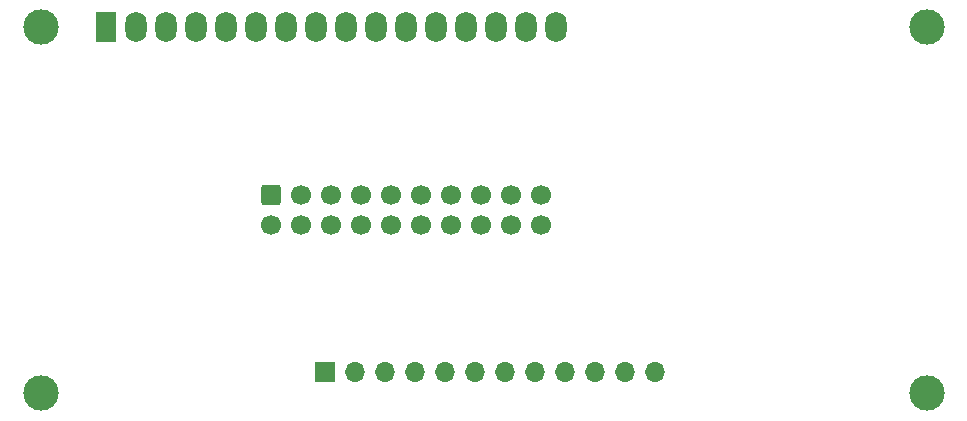
<source format=gbr>
%TF.GenerationSoftware,KiCad,Pcbnew,(6.0.0-0)*%
%TF.CreationDate,2022-01-07T22:13:42-05:00*%
%TF.ProjectId,LCD_Display,4c43445f-4469-4737-906c-61792e6b6963,rev?*%
%TF.SameCoordinates,Original*%
%TF.FileFunction,Soldermask,Top*%
%TF.FilePolarity,Negative*%
%FSLAX46Y46*%
G04 Gerber Fmt 4.6, Leading zero omitted, Abs format (unit mm)*
G04 Created by KiCad (PCBNEW (6.0.0-0)) date 2022-01-07 22:13:42*
%MOMM*%
%LPD*%
G01*
G04 APERTURE LIST*
G04 Aperture macros list*
%AMRoundRect*
0 Rectangle with rounded corners*
0 $1 Rounding radius*
0 $2 $3 $4 $5 $6 $7 $8 $9 X,Y pos of 4 corners*
0 Add a 4 corners polygon primitive as box body*
4,1,4,$2,$3,$4,$5,$6,$7,$8,$9,$2,$3,0*
0 Add four circle primitives for the rounded corners*
1,1,$1+$1,$2,$3*
1,1,$1+$1,$4,$5*
1,1,$1+$1,$6,$7*
1,1,$1+$1,$8,$9*
0 Add four rect primitives between the rounded corners*
20,1,$1+$1,$2,$3,$4,$5,0*
20,1,$1+$1,$4,$5,$6,$7,0*
20,1,$1+$1,$6,$7,$8,$9,0*
20,1,$1+$1,$8,$9,$2,$3,0*%
G04 Aperture macros list end*
%ADD10C,1.700000*%
%ADD11RoundRect,0.250000X-0.600000X0.600000X-0.600000X-0.600000X0.600000X-0.600000X0.600000X0.600000X0*%
%ADD12C,3.000000*%
%ADD13R,1.800000X2.600000*%
%ADD14O,1.800000X2.600000*%
%ADD15R,1.700000X1.700000*%
%ADD16O,1.700000X1.700000*%
G04 APERTURE END LIST*
D10*
%TO.C,J21*%
X141478000Y-98044000D03*
X138938000Y-98044000D03*
X136398000Y-98044000D03*
X133858000Y-98044000D03*
X131318000Y-98044000D03*
X128778000Y-98044000D03*
X126238000Y-98044000D03*
X123698000Y-98044000D03*
X121158000Y-98044000D03*
X118618000Y-98044000D03*
X141478000Y-95504000D03*
X138938000Y-95504000D03*
X136398000Y-95504000D03*
X133858000Y-95504000D03*
X131318000Y-95504000D03*
X128778000Y-95504000D03*
X126238000Y-95504000D03*
X123698000Y-95504000D03*
X121158000Y-95504000D03*
D11*
X118618000Y-95504000D03*
%TD*%
D12*
%TO.C,DS1*%
X99148900Y-112280700D03*
X174147480Y-112280700D03*
X174148000Y-81280000D03*
X99148900Y-81280000D03*
D13*
X104648000Y-81280000D03*
D14*
X107188000Y-81280000D03*
X109728000Y-81280000D03*
X112268000Y-81280000D03*
X114808000Y-81280000D03*
X117348000Y-81280000D03*
X119888000Y-81280000D03*
X122428000Y-81280000D03*
X124968000Y-81280000D03*
X127508000Y-81280000D03*
X130048000Y-81280000D03*
X132588000Y-81280000D03*
X135128000Y-81280000D03*
X137668000Y-81280000D03*
X140208000Y-81280000D03*
X142748000Y-81280000D03*
%TD*%
D15*
%TO.C,J1*%
X123190000Y-110490000D03*
D16*
X125730000Y-110490000D03*
X128270000Y-110490000D03*
X130810000Y-110490000D03*
X133350000Y-110490000D03*
X135890000Y-110490000D03*
X138430000Y-110490000D03*
X140970000Y-110490000D03*
X143510000Y-110490000D03*
X146050000Y-110490000D03*
X148590000Y-110490000D03*
X151130000Y-110490000D03*
%TD*%
M02*

</source>
